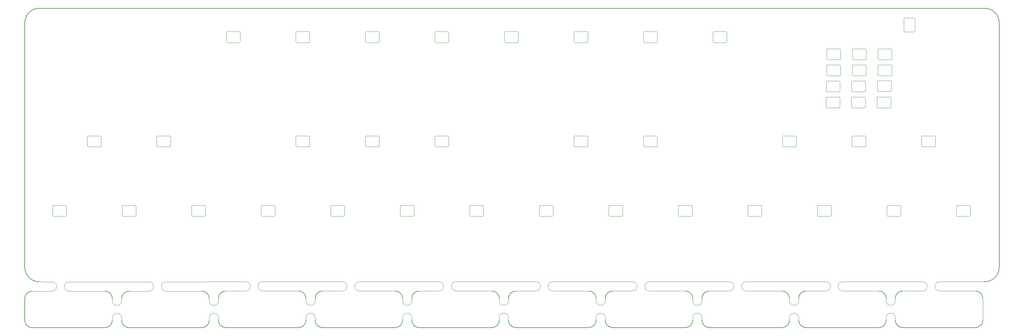
<source format=gbr>
%TF.GenerationSoftware,KiCad,Pcbnew,9.0.2*%
%TF.CreationDate,2025-12-20T16:45:11-05:00*%
%TF.ProjectId,Fracture,46726163-7475-4726-952e-6b696361645f,rev?*%
%TF.SameCoordinates,Original*%
%TF.FileFunction,Profile,NP*%
%FSLAX46Y46*%
G04 Gerber Fmt 4.6, Leading zero omitted, Abs format (unit mm)*
G04 Created by KiCad (PCBNEW 9.0.2) date 2025-12-20 16:45:11*
%MOMM*%
%LPD*%
G01*
G04 APERTURE LIST*
%TA.AperFunction,Profile*%
%ADD10C,0.050000*%
%TD*%
%TA.AperFunction,Profile*%
%ADD11C,0.200000*%
%TD*%
%TA.AperFunction,Profile*%
%ADD12C,0.100000*%
%TD*%
%TA.AperFunction,Profile*%
%ADD13C,0.120000*%
%TD*%
G04 APERTURE END LIST*
D10*
X94740000Y-104740000D02*
X94765000Y-105390000D01*
X94740000Y-110740000D02*
X94765000Y-110050000D01*
X121240000Y-110740000D02*
X121265000Y-110050000D01*
X265875000Y-100180000D02*
X278200000Y-100200000D01*
X239375000Y-100180000D02*
X261215000Y-100180000D01*
X212875000Y-100180000D02*
X234715000Y-100180000D01*
X186375000Y-100180000D02*
X208215000Y-100180000D01*
X159875000Y-100180000D02*
X181715000Y-100180000D01*
X133375000Y-100180000D02*
X155215000Y-100180000D01*
X106875000Y-100180000D02*
X128715000Y-100180000D01*
X80375000Y-100180000D02*
X102215000Y-100180000D01*
X53880000Y-100210000D02*
X75715000Y-100180000D01*
X27330000Y-100210000D02*
X49220000Y-100210000D01*
X277740000Y-104740000D02*
X277740000Y-110740000D01*
D11*
X253740000Y-104740000D02*
G75*
G02*
X255740000Y-102740000I1999999J1D01*
G01*
D10*
X261215000Y-102720000D02*
X255740000Y-102740000D01*
D11*
X275740000Y-102740000D02*
G75*
G02*
X277740000Y-104740000I0J-2000000D01*
G01*
D10*
X265875000Y-102720000D02*
X275740000Y-102740000D01*
D11*
X255740000Y-112740000D02*
G75*
G02*
X253740000Y-110740000I-1J1999999D01*
G01*
X277740000Y-110740000D02*
G75*
G02*
X275740000Y-112740000I-1999999J-1D01*
G01*
X275740000Y-112740000D02*
X255740000Y-112740000D01*
X227240000Y-104740000D02*
G75*
G02*
X229240000Y-102740000I1999999J1D01*
G01*
D10*
X251240000Y-110740000D02*
X251225000Y-110050000D01*
X234715000Y-102720000D02*
X229240000Y-102740000D01*
D11*
X249240000Y-102740000D02*
G75*
G02*
X251240000Y-104740000I0J-2000000D01*
G01*
D10*
X251240000Y-104740000D02*
X251225000Y-105390000D01*
X239375000Y-102720000D02*
X249240000Y-102740000D01*
D11*
X229240000Y-112740000D02*
G75*
G02*
X227240000Y-110740000I-1J1999999D01*
G01*
X251240000Y-110740000D02*
G75*
G02*
X249240000Y-112740000I-1999999J-1D01*
G01*
X249240000Y-112740000D02*
X229240000Y-112740000D01*
X200740000Y-104740000D02*
G75*
G02*
X202740000Y-102740000I1999999J1D01*
G01*
D10*
X224740000Y-110740000D02*
X224725000Y-110050000D01*
X208215000Y-102720000D02*
X202740000Y-102740000D01*
D11*
X222740000Y-102740000D02*
G75*
G02*
X224740000Y-104740000I0J-2000000D01*
G01*
D10*
X224740000Y-104740000D02*
X224725000Y-105390000D01*
X212875000Y-102720000D02*
X222740000Y-102740000D01*
D11*
X202740000Y-112740000D02*
G75*
G02*
X200740000Y-110740000I-1J1999999D01*
G01*
X224740000Y-110740000D02*
G75*
G02*
X222740000Y-112740000I-1999999J-1D01*
G01*
X222740000Y-112740000D02*
X202740000Y-112740000D01*
X174240000Y-104740000D02*
G75*
G02*
X176240000Y-102740000I1999999J1D01*
G01*
D10*
X198240000Y-110740000D02*
X198225000Y-110050000D01*
X181715000Y-102720000D02*
X176240000Y-102740000D01*
D11*
X196240000Y-102740000D02*
G75*
G02*
X198240000Y-104740000I0J-2000000D01*
G01*
D10*
X198240000Y-104740000D02*
X198225000Y-105390000D01*
X186375000Y-102720000D02*
X196240000Y-102740000D01*
D11*
X176240000Y-112740000D02*
G75*
G02*
X174240000Y-110740000I-1J1999999D01*
G01*
X198240000Y-110740000D02*
G75*
G02*
X196240000Y-112740000I-1999999J-1D01*
G01*
X196240000Y-112740000D02*
X176240000Y-112740000D01*
X147740000Y-104740000D02*
G75*
G02*
X149740000Y-102740000I1999999J1D01*
G01*
D10*
X171740000Y-110740000D02*
X171725000Y-110050000D01*
X155215000Y-102720000D02*
X149740000Y-102740000D01*
D11*
X169740000Y-102740000D02*
G75*
G02*
X171740000Y-104740000I0J-2000000D01*
G01*
D10*
X171740000Y-104740000D02*
X171725000Y-105390000D01*
X159875000Y-102720000D02*
X169740000Y-102740000D01*
D11*
X149740000Y-112740000D02*
G75*
G02*
X147740000Y-110740000I-1J1999999D01*
G01*
X171740000Y-110740000D02*
G75*
G02*
X169740000Y-112740000I-1999999J-1D01*
G01*
X169740000Y-112740000D02*
X149740000Y-112740000D01*
X121240000Y-104740000D02*
G75*
G02*
X123240000Y-102740000I1999999J1D01*
G01*
D10*
X145240000Y-110740000D02*
X145225000Y-110050000D01*
X128715000Y-102720000D02*
X123240000Y-102740000D01*
D11*
X143240000Y-102740000D02*
G75*
G02*
X145240000Y-104740000I0J-2000000D01*
G01*
D10*
X145240000Y-104740000D02*
X145225000Y-105390000D01*
X133375000Y-102720000D02*
X143240000Y-102740000D01*
D11*
X123240000Y-112740000D02*
G75*
G02*
X121240000Y-110740000I-1J1999999D01*
G01*
X145240000Y-110740000D02*
G75*
G02*
X143240000Y-112740000I-1999999J-1D01*
G01*
X143240000Y-112740000D02*
X123240000Y-112740000D01*
X94740000Y-104740000D02*
G75*
G02*
X96740000Y-102740000I1999999J1D01*
G01*
D10*
X118740000Y-110740000D02*
X118725000Y-110050000D01*
X102215000Y-102720000D02*
X96740000Y-102740000D01*
D11*
X116740000Y-102740000D02*
G75*
G02*
X118740000Y-104740000I0J-2000000D01*
G01*
D10*
X118740000Y-104740000D02*
X118725000Y-105390000D01*
X106875000Y-102720000D02*
X116740000Y-102740000D01*
D11*
X96740000Y-112740000D02*
G75*
G02*
X94740000Y-110740000I-1J1999999D01*
G01*
X118740000Y-110740000D02*
G75*
G02*
X116740000Y-112740000I-1999999J-1D01*
G01*
X116740000Y-112740000D02*
X96740000Y-112740000D01*
D10*
X68240000Y-104740000D02*
X68270000Y-105420000D01*
X68240000Y-110740000D02*
X68270000Y-110080000D01*
D11*
X68240000Y-104740000D02*
G75*
G02*
X70240000Y-102740000I1999999J1D01*
G01*
D10*
X92240000Y-110740000D02*
X92225000Y-110050000D01*
X75715000Y-102720000D02*
X70240000Y-102740000D01*
D11*
X90240000Y-102740000D02*
G75*
G02*
X92240000Y-104740000I0J-2000000D01*
G01*
D10*
X92240000Y-104740000D02*
X92225000Y-105390000D01*
X80375000Y-102720000D02*
X90240000Y-102740000D01*
D11*
X70240000Y-112740000D02*
G75*
G02*
X68240000Y-110740000I-1J1999999D01*
G01*
X92240000Y-110740000D02*
G75*
G02*
X90240000Y-112740000I-1999999J-1D01*
G01*
X90240000Y-112740000D02*
X70240000Y-112740000D01*
D10*
X41745000Y-104770000D02*
X41720000Y-105420000D01*
X41745000Y-110770000D02*
X41720000Y-110080000D01*
D11*
X43745000Y-112770000D02*
G75*
G02*
X41745000Y-110770000I-1J1999999D01*
G01*
D10*
X65745000Y-110770000D02*
X65730000Y-110080000D01*
X65745000Y-104770000D02*
X65730000Y-105420000D01*
X53880000Y-102750000D02*
X63745000Y-102770000D01*
X49220000Y-102750000D02*
X43745000Y-102770000D01*
D11*
X41745000Y-104770000D02*
G75*
G02*
X43745000Y-102770000I1999999J1D01*
G01*
X63745000Y-102770000D02*
G75*
G02*
X65745000Y-104770000I1J-1999999D01*
G01*
X65745000Y-110770000D02*
G75*
G02*
X63745000Y-112770000I-1999999J-1D01*
G01*
X63745000Y-112770000D02*
X43745000Y-112770000D01*
D10*
X39195000Y-104770000D02*
X39180000Y-105420000D01*
X39195000Y-110770000D02*
X39180000Y-110080000D01*
X27330000Y-102750000D02*
X37195000Y-102770000D01*
X22670000Y-102750000D02*
X17195000Y-102770000D01*
X22670000Y-100210000D02*
X19200000Y-100200000D01*
D11*
X37195000Y-102770000D02*
G75*
G02*
X39195000Y-104770000I0J-2000000D01*
G01*
X15195000Y-104770000D02*
G75*
G02*
X17195000Y-102770000I2000000J0D01*
G01*
X39195000Y-110770000D02*
G75*
G02*
X37195000Y-112770000I-2000000J0D01*
G01*
X17195000Y-112770000D02*
G75*
G02*
X15195000Y-110770000I0J2000000D01*
G01*
X15195000Y-110770000D02*
X15195000Y-104770000D01*
X37195000Y-112770000D02*
X17195000Y-112770000D01*
X19200000Y-25200000D02*
X278200000Y-25200000D01*
X19200000Y-100200000D02*
G75*
G02*
X15200000Y-96200000I0J4000000D01*
G01*
X278200000Y-25200000D02*
G75*
G02*
X282200000Y-29200000I0J-4000000D01*
G01*
X282200000Y-29200000D02*
X282200000Y-96200000D01*
X282200000Y-96200000D02*
G75*
G02*
X278200000Y-100200000I-4000000J0D01*
G01*
X15200000Y-96200000D02*
X15200000Y-29200000D01*
X15200000Y-29200000D02*
G75*
G02*
X19200000Y-25200000I4000000J0D01*
G01*
D10*
X253740000Y-110740000D02*
X253765000Y-110050000D01*
X253740000Y-104740000D02*
X253765000Y-105390000D01*
X227240000Y-110740000D02*
X227265000Y-110050000D01*
X227265000Y-105390000D02*
X227240000Y-104740000D01*
X200740000Y-104740000D02*
X200765000Y-105390000D01*
X200740000Y-110740000D02*
X200765000Y-110050000D01*
X174240000Y-110740000D02*
X174265000Y-110050000D01*
X174240000Y-104740000D02*
X174265000Y-105390000D01*
X147740000Y-110740000D02*
X147765000Y-110050000D01*
X147765000Y-105390000D02*
X147740000Y-104740000D01*
X121240000Y-104740000D02*
X121265000Y-105390000D01*
D12*
%TO.C,mouse-bite-2.54mm-slot*%
X261215000Y-100180000D02*
G75*
G02*
X261215000Y-102720000I0J-1270000D01*
G01*
X265875000Y-102720000D02*
G75*
G02*
X265875000Y-100180000I0J1270000D01*
G01*
X234715000Y-100180000D02*
G75*
G02*
X234715000Y-102720000I0J-1270000D01*
G01*
X239375000Y-102720000D02*
G75*
G02*
X239375000Y-100180000I0J1270000D01*
G01*
X251225000Y-110050000D02*
G75*
G02*
X253765000Y-110050000I1270000J0D01*
G01*
X253765000Y-105390000D02*
G75*
G02*
X251225000Y-105390000I-1270000J0D01*
G01*
X208215000Y-100180000D02*
G75*
G02*
X208215000Y-102720000I0J-1270000D01*
G01*
X212875000Y-102720000D02*
G75*
G02*
X212875000Y-100180000I0J1270000D01*
G01*
X224725000Y-110050000D02*
G75*
G02*
X227265000Y-110050000I1270000J0D01*
G01*
X227265000Y-105390000D02*
G75*
G02*
X224725000Y-105390000I-1270000J0D01*
G01*
X181715000Y-100180000D02*
G75*
G02*
X181715000Y-102720000I0J-1270000D01*
G01*
X186375000Y-102720000D02*
G75*
G02*
X186375000Y-100180000I0J1270000D01*
G01*
X198225000Y-110050000D02*
G75*
G02*
X200765000Y-110050000I1270000J0D01*
G01*
X200765000Y-105390000D02*
G75*
G02*
X198225000Y-105390000I-1270000J0D01*
G01*
X155215000Y-100180000D02*
G75*
G02*
X155215000Y-102720000I0J-1270000D01*
G01*
X159875000Y-102720000D02*
G75*
G02*
X159875000Y-100180000I0J1270000D01*
G01*
X171725000Y-110050000D02*
G75*
G02*
X174265000Y-110050000I1270000J0D01*
G01*
X174265000Y-105390000D02*
G75*
G02*
X171725000Y-105390000I-1270000J0D01*
G01*
X128715000Y-100180000D02*
G75*
G02*
X128715000Y-102720000I0J-1270000D01*
G01*
X133375000Y-102720000D02*
G75*
G02*
X133375000Y-100180000I0J1270000D01*
G01*
X145225000Y-110050000D02*
G75*
G02*
X147765000Y-110050000I1270000J0D01*
G01*
X147765000Y-105390000D02*
G75*
G02*
X145225000Y-105390000I-1270000J0D01*
G01*
X102215000Y-100180000D02*
G75*
G02*
X102215000Y-102720000I0J-1270000D01*
G01*
X106875000Y-102720000D02*
G75*
G02*
X106875000Y-100180000I0J1270000D01*
G01*
X118725000Y-110050000D02*
G75*
G02*
X121265000Y-110050000I1270000J0D01*
G01*
X121265000Y-105390000D02*
G75*
G02*
X118725000Y-105390000I-1270000J0D01*
G01*
X75715000Y-100180000D02*
G75*
G02*
X75715000Y-102720000I0J-1270000D01*
G01*
X80375000Y-102720000D02*
G75*
G02*
X80375000Y-100180000I0J1270000D01*
G01*
X92225000Y-110050000D02*
G75*
G02*
X94765000Y-110050000I1270000J0D01*
G01*
X94765000Y-105390000D02*
G75*
G02*
X92225000Y-105390000I-1270000J0D01*
G01*
X49220000Y-100210000D02*
G75*
G02*
X49220000Y-102750000I0J-1270000D01*
G01*
X53880000Y-102750000D02*
G75*
G02*
X53880000Y-100210000I0J1270000D01*
G01*
X65730000Y-110080000D02*
G75*
G02*
X68270000Y-110080000I1270000J0D01*
G01*
X68270000Y-105420000D02*
G75*
G02*
X65730000Y-105420000I-1270000J0D01*
G01*
X39180000Y-110080000D02*
G75*
G02*
X41720000Y-110080000I1270000J0D01*
G01*
X41720000Y-105420000D02*
G75*
G02*
X39180000Y-105420000I-1270000J0D01*
G01*
X22670000Y-100210000D02*
G75*
G02*
X22670000Y-102750000I0J-1270000D01*
G01*
X27330000Y-102750000D02*
G75*
G02*
X27330000Y-100210000I0J1270000D01*
G01*
D13*
%TO.C,LED16*%
X236150000Y-82025000D02*
X236150000Y-79425000D01*
X235950000Y-79225000D02*
X232550000Y-79225000D01*
X232550000Y-82225000D02*
X235950000Y-82225000D01*
X232350000Y-79425000D02*
X232350000Y-82025000D01*
X235950000Y-79225000D02*
G75*
G02*
X236150000Y-79425000I-1J-200001D01*
G01*
X236150000Y-82025000D02*
G75*
G02*
X235950000Y-82225000I-200001J1D01*
G01*
X232350000Y-79425000D02*
G75*
G02*
X232550000Y-79225000I200000J0D01*
G01*
X232550000Y-82225000D02*
G75*
G02*
X232350000Y-82025000I0J200000D01*
G01*
%TO.C,LED17*%
X213300000Y-79425000D02*
X213300000Y-82025000D01*
X213500000Y-82225000D02*
X216900000Y-82225000D01*
X216900000Y-79225000D02*
X213500000Y-79225000D01*
X217100000Y-82025000D02*
X217100000Y-79425000D01*
X213300000Y-79425000D02*
G75*
G02*
X213500000Y-79225000I200000J0D01*
G01*
X213500000Y-82225000D02*
G75*
G02*
X213300000Y-82025000I0J200000D01*
G01*
X216900000Y-79225000D02*
G75*
G02*
X217100000Y-79425000I-1J-200001D01*
G01*
X217100000Y-82025000D02*
G75*
G02*
X216900000Y-82225000I-200001J1D01*
G01*
%TO.C,LED18*%
X194250000Y-79425000D02*
X194250000Y-82025000D01*
X194450000Y-82225000D02*
X197850000Y-82225000D01*
X197850000Y-79225000D02*
X194450000Y-79225000D01*
X198050000Y-82025000D02*
X198050000Y-79425000D01*
X194250000Y-79425000D02*
G75*
G02*
X194450000Y-79225000I200000J0D01*
G01*
X194450000Y-82225000D02*
G75*
G02*
X194250000Y-82025000I0J200000D01*
G01*
X197850000Y-79225000D02*
G75*
G02*
X198050000Y-79425000I-1J-200001D01*
G01*
X198050000Y-82025000D02*
G75*
G02*
X197850000Y-82225000I-200001J1D01*
G01*
%TO.C,LED19*%
X175200000Y-79425000D02*
X175200000Y-82025000D01*
X175400000Y-82225000D02*
X178800000Y-82225000D01*
X178800000Y-79225000D02*
X175400000Y-79225000D01*
X179000000Y-82025000D02*
X179000000Y-79425000D01*
X175200000Y-79425000D02*
G75*
G02*
X175400000Y-79225000I200000J0D01*
G01*
X175400000Y-82225000D02*
G75*
G02*
X175200000Y-82025000I0J200000D01*
G01*
X178800000Y-79225000D02*
G75*
G02*
X179000000Y-79425000I-1J-200001D01*
G01*
X179000000Y-82025000D02*
G75*
G02*
X178800000Y-82225000I-200001J1D01*
G01*
%TO.C,LED20*%
X156150000Y-79425000D02*
X156150000Y-82025000D01*
X156350000Y-82225000D02*
X159750000Y-82225000D01*
X159750000Y-79225000D02*
X156350000Y-79225000D01*
X159950000Y-82025000D02*
X159950000Y-79425000D01*
X156150000Y-79425000D02*
G75*
G02*
X156350000Y-79225000I200000J0D01*
G01*
X156350000Y-82225000D02*
G75*
G02*
X156150000Y-82025000I0J200000D01*
G01*
X159750000Y-79225000D02*
G75*
G02*
X159950000Y-79425000I-1J-200001D01*
G01*
X159950000Y-82025000D02*
G75*
G02*
X159750000Y-82225000I-200001J1D01*
G01*
%TO.C,LED21*%
X137100000Y-79425000D02*
X137100000Y-82025000D01*
X137300000Y-82225000D02*
X140700000Y-82225000D01*
X140700000Y-79225000D02*
X137300000Y-79225000D01*
X140900000Y-82025000D02*
X140900000Y-79425000D01*
X137100000Y-79425000D02*
G75*
G02*
X137300000Y-79225000I200000J0D01*
G01*
X137300000Y-82225000D02*
G75*
G02*
X137100000Y-82025000I0J200000D01*
G01*
X140700000Y-79225000D02*
G75*
G02*
X140900000Y-79425000I-1J-200001D01*
G01*
X140900000Y-82025000D02*
G75*
G02*
X140700000Y-82225000I-200001J1D01*
G01*
%TO.C,LED22*%
X118050000Y-79425000D02*
X118050000Y-82025000D01*
X118250000Y-82225000D02*
X121650000Y-82225000D01*
X121650000Y-79225000D02*
X118250000Y-79225000D01*
X121850000Y-82025000D02*
X121850000Y-79425000D01*
X118050000Y-79425000D02*
G75*
G02*
X118250000Y-79225000I200000J0D01*
G01*
X118250000Y-82225000D02*
G75*
G02*
X118050000Y-82025000I0J200000D01*
G01*
X121650000Y-79225000D02*
G75*
G02*
X121850000Y-79425000I-1J-200001D01*
G01*
X121850000Y-82025000D02*
G75*
G02*
X121650000Y-82225000I-200001J1D01*
G01*
%TO.C,LED23*%
X99000000Y-79425000D02*
X99000000Y-82025000D01*
X99200000Y-82225000D02*
X102600000Y-82225000D01*
X102600000Y-79225000D02*
X99200000Y-79225000D01*
X102800000Y-82025000D02*
X102800000Y-79425000D01*
X99000000Y-79425000D02*
G75*
G02*
X99200000Y-79225000I200000J0D01*
G01*
X99200000Y-82225000D02*
G75*
G02*
X99000000Y-82025000I0J200000D01*
G01*
X102600000Y-79225000D02*
G75*
G02*
X102800000Y-79425000I-1J-200001D01*
G01*
X102800000Y-82025000D02*
G75*
G02*
X102600000Y-82225000I-200001J1D01*
G01*
%TO.C,LED24*%
X79950000Y-79425000D02*
X79950000Y-82025000D01*
X80150000Y-82225000D02*
X83550000Y-82225000D01*
X83550000Y-79225000D02*
X80150000Y-79225000D01*
X83750000Y-82025000D02*
X83750000Y-79425000D01*
X79950000Y-79425000D02*
G75*
G02*
X80150000Y-79225000I200000J0D01*
G01*
X80150000Y-82225000D02*
G75*
G02*
X79950000Y-82025000I0J200000D01*
G01*
X83550000Y-79225000D02*
G75*
G02*
X83750000Y-79425000I-1J-200001D01*
G01*
X83750000Y-82025000D02*
G75*
G02*
X83550000Y-82225000I-200001J1D01*
G01*
%TO.C,LED25*%
X60900000Y-79425000D02*
X60900000Y-82025000D01*
X61100000Y-82225000D02*
X64500000Y-82225000D01*
X64500000Y-79225000D02*
X61100000Y-79225000D01*
X64700000Y-82025000D02*
X64700000Y-79425000D01*
X60900000Y-79425000D02*
G75*
G02*
X61100000Y-79225000I200000J0D01*
G01*
X61100000Y-82225000D02*
G75*
G02*
X60900000Y-82025000I0J200000D01*
G01*
X64500000Y-79225000D02*
G75*
G02*
X64700000Y-79425000I-1J-200001D01*
G01*
X64700000Y-82025000D02*
G75*
G02*
X64500000Y-82225000I-200001J1D01*
G01*
%TO.C,LED26*%
X41850000Y-79425000D02*
X41850000Y-82025000D01*
X42050000Y-82225000D02*
X45450000Y-82225000D01*
X45450000Y-79225000D02*
X42050000Y-79225000D01*
X45650000Y-82025000D02*
X45650000Y-79425000D01*
X41850000Y-79425000D02*
G75*
G02*
X42050000Y-79225000I200000J0D01*
G01*
X42050000Y-82225000D02*
G75*
G02*
X41850000Y-82025000I0J200000D01*
G01*
X45450000Y-79225000D02*
G75*
G02*
X45650000Y-79425000I-1J-200001D01*
G01*
X45650000Y-82025000D02*
G75*
G02*
X45450000Y-82225000I-200001J1D01*
G01*
%TO.C,LED27*%
X22800000Y-79425000D02*
X22800000Y-82025000D01*
X23000000Y-82225000D02*
X26400000Y-82225000D01*
X26400000Y-79225000D02*
X23000000Y-79225000D01*
X26600000Y-82025000D02*
X26600000Y-79425000D01*
X22800000Y-79425000D02*
G75*
G02*
X23000000Y-79225000I200000J0D01*
G01*
X23000000Y-82225000D02*
G75*
G02*
X22800000Y-82025000I0J200000D01*
G01*
X26400000Y-79225000D02*
G75*
G02*
X26600000Y-79425000I-1J-200001D01*
G01*
X26600000Y-82025000D02*
G75*
G02*
X26400000Y-82225000I-200001J1D01*
G01*
%TO.C,LED28*%
X260925000Y-60375000D02*
X260925000Y-62975000D01*
X261125000Y-63175000D02*
X264525000Y-63175000D01*
X264525000Y-60175000D02*
X261125000Y-60175000D01*
X264725000Y-62975000D02*
X264725000Y-60375000D01*
X260925000Y-60375000D02*
G75*
G02*
X261125000Y-60175000I200000J0D01*
G01*
X261125000Y-63175000D02*
G75*
G02*
X260925000Y-62975000I0J200000D01*
G01*
X264525000Y-60175000D02*
G75*
G02*
X264725000Y-60375000I-1J-200001D01*
G01*
X264725000Y-62975000D02*
G75*
G02*
X264525000Y-63175000I-200001J1D01*
G01*
%TO.C,LED29*%
X241875000Y-60375000D02*
X241875000Y-62975000D01*
X242075000Y-63175000D02*
X245475000Y-63175000D01*
X245475000Y-60175000D02*
X242075000Y-60175000D01*
X245675000Y-62975000D02*
X245675000Y-60375000D01*
X241875000Y-60375000D02*
G75*
G02*
X242075000Y-60175000I200000J0D01*
G01*
X242075000Y-63175000D02*
G75*
G02*
X241875000Y-62975000I0J200000D01*
G01*
X245475000Y-60175000D02*
G75*
G02*
X245675000Y-60375000I-1J-200001D01*
G01*
X245675000Y-62975000D02*
G75*
G02*
X245475000Y-63175000I-200001J1D01*
G01*
%TO.C,LED30*%
X222825000Y-60375000D02*
X222825000Y-62975000D01*
X223025000Y-63175000D02*
X226425000Y-63175000D01*
X226425000Y-60175000D02*
X223025000Y-60175000D01*
X226625000Y-62975000D02*
X226625000Y-60375000D01*
X222825000Y-60375000D02*
G75*
G02*
X223025000Y-60175000I200000J0D01*
G01*
X223025000Y-63175000D02*
G75*
G02*
X222825000Y-62975000I0J200000D01*
G01*
X226425000Y-60175000D02*
G75*
G02*
X226625000Y-60375000I-1J-200001D01*
G01*
X226625000Y-62975000D02*
G75*
G02*
X226425000Y-63175000I-200001J1D01*
G01*
%TO.C,LED31*%
X251400000Y-79425000D02*
X251400000Y-82025000D01*
X251600000Y-82225000D02*
X255000000Y-82225000D01*
X255000000Y-79225000D02*
X251600000Y-79225000D01*
X255200000Y-82025000D02*
X255200000Y-79425000D01*
X251400000Y-79425000D02*
G75*
G02*
X251600000Y-79225000I200000J0D01*
G01*
X251600000Y-82225000D02*
G75*
G02*
X251400000Y-82025000I0J200000D01*
G01*
X255000000Y-79225000D02*
G75*
G02*
X255200000Y-79425000I-1J-200001D01*
G01*
X255200000Y-82025000D02*
G75*
G02*
X255000000Y-82225000I-200001J1D01*
G01*
%TO.C,LED11*%
X89475000Y-60375000D02*
X89475000Y-62975000D01*
X89675000Y-63175000D02*
X93075000Y-63175000D01*
X93075000Y-60175000D02*
X89675000Y-60175000D01*
X93275000Y-62975000D02*
X93275000Y-60375000D01*
X89475000Y-60375000D02*
G75*
G02*
X89675000Y-60175000I200000J0D01*
G01*
X89675000Y-63175000D02*
G75*
G02*
X89475000Y-62975000I0J200000D01*
G01*
X93075000Y-60175000D02*
G75*
G02*
X93275000Y-60375000I-1J-200001D01*
G01*
X93275000Y-62975000D02*
G75*
G02*
X93075000Y-63175000I-200001J1D01*
G01*
%TO.C,LED7*%
X184725000Y-31800000D02*
X184725000Y-34400000D01*
X184925000Y-34600000D02*
X188325000Y-34600000D01*
X188325000Y-31600000D02*
X184925000Y-31600000D01*
X188525000Y-34400000D02*
X188525000Y-31800000D01*
X184725000Y-31800000D02*
G75*
G02*
X184925000Y-31600000I200000J0D01*
G01*
X184925000Y-34600000D02*
G75*
G02*
X184725000Y-34400000I0J200000D01*
G01*
X188325000Y-31600000D02*
G75*
G02*
X188525000Y-31800000I-1J-200001D01*
G01*
X188525000Y-34400000D02*
G75*
G02*
X188325000Y-34600000I-200001J1D01*
G01*
%TO.C,LED33*%
X234900000Y-36500000D02*
X234900000Y-39100000D01*
X235100000Y-39300000D02*
X238500000Y-39300000D01*
X238500000Y-36300000D02*
X235100000Y-36300000D01*
X238700000Y-39100000D02*
X238700000Y-36500000D01*
X234900000Y-36500000D02*
G75*
G02*
X235100000Y-36300000I200000J0D01*
G01*
X235100000Y-39300000D02*
G75*
G02*
X234900000Y-39100000I0J200000D01*
G01*
X238500000Y-36300000D02*
G75*
G02*
X238700000Y-36500000I-1J-200001D01*
G01*
X238700000Y-39100000D02*
G75*
G02*
X238500000Y-39300000I-200001J1D01*
G01*
%TO.C,LED14*%
X165675000Y-60375000D02*
X165675000Y-62975000D01*
X165875000Y-63175000D02*
X169275000Y-63175000D01*
X169275000Y-60175000D02*
X165875000Y-60175000D01*
X169475000Y-62975000D02*
X169475000Y-60375000D01*
X165675000Y-60375000D02*
G75*
G02*
X165875000Y-60175000I200000J0D01*
G01*
X165875000Y-63175000D02*
G75*
G02*
X165675000Y-62975000I0J200000D01*
G01*
X169275000Y-60175000D02*
G75*
G02*
X169475000Y-60375000I-1J-200001D01*
G01*
X169475000Y-62975000D02*
G75*
G02*
X169275000Y-63175000I-200001J1D01*
G01*
%TO.C,LED15*%
X184725000Y-60375000D02*
X184725000Y-62975000D01*
X184925000Y-63175000D02*
X188325000Y-63175000D01*
X188325000Y-60175000D02*
X184925000Y-60175000D01*
X188525000Y-62975000D02*
X188525000Y-60375000D01*
X184725000Y-60375000D02*
G75*
G02*
X184925000Y-60175000I200000J0D01*
G01*
X184925000Y-63175000D02*
G75*
G02*
X184725000Y-62975000I0J200000D01*
G01*
X188325000Y-60175000D02*
G75*
G02*
X188525000Y-60375000I-1J-200001D01*
G01*
X188525000Y-62975000D02*
G75*
G02*
X188325000Y-63175000I-200001J1D01*
G01*
%TO.C,LED8*%
X203775000Y-31800000D02*
X203775000Y-34400000D01*
X203975000Y-34600000D02*
X207375000Y-34600000D01*
X207375000Y-31600000D02*
X203975000Y-31600000D01*
X207575000Y-34400000D02*
X207575000Y-31800000D01*
X203775000Y-31800000D02*
G75*
G02*
X203975000Y-31600000I200000J0D01*
G01*
X203975000Y-34600000D02*
G75*
G02*
X203775000Y-34400000I0J200000D01*
G01*
X207375000Y-31600000D02*
G75*
G02*
X207575000Y-31800000I-1J-200001D01*
G01*
X207575000Y-34400000D02*
G75*
G02*
X207375000Y-34600000I-200001J1D01*
G01*
%TO.C,LED3*%
X108525000Y-31800000D02*
X108525000Y-34400000D01*
X108725000Y-34600000D02*
X112125000Y-34600000D01*
X112125000Y-31600000D02*
X108725000Y-31600000D01*
X112325000Y-34400000D02*
X112325000Y-31800000D01*
X108525000Y-31800000D02*
G75*
G02*
X108725000Y-31600000I200000J0D01*
G01*
X108725000Y-34600000D02*
G75*
G02*
X108525000Y-34400000I0J200000D01*
G01*
X112125000Y-31600000D02*
G75*
G02*
X112325000Y-31800000I-1J-200001D01*
G01*
X112325000Y-34400000D02*
G75*
G02*
X112125000Y-34600000I-200001J1D01*
G01*
%TO.C,LED39*%
X234775000Y-45300000D02*
X234775000Y-47900000D01*
X234975000Y-48100000D02*
X238375000Y-48100000D01*
X238375000Y-45100000D02*
X234975000Y-45100000D01*
X238575000Y-47900000D02*
X238575000Y-45300000D01*
X234775000Y-45300000D02*
G75*
G02*
X234975000Y-45100000I200000J0D01*
G01*
X234975000Y-48100000D02*
G75*
G02*
X234775000Y-47900000I0J200000D01*
G01*
X238375000Y-45100000D02*
G75*
G02*
X238575000Y-45300000I-1J-200001D01*
G01*
X238575000Y-47900000D02*
G75*
G02*
X238375000Y-48100000I-200001J1D01*
G01*
%TO.C,LED10*%
X51375000Y-60375000D02*
X51375000Y-62975000D01*
X51575000Y-63175000D02*
X54975000Y-63175000D01*
X54975000Y-60175000D02*
X51575000Y-60175000D01*
X55175000Y-62975000D02*
X55175000Y-60375000D01*
X51375000Y-60375000D02*
G75*
G02*
X51575000Y-60175000I200000J0D01*
G01*
X51575000Y-63175000D02*
G75*
G02*
X51375000Y-62975000I0J200000D01*
G01*
X54975000Y-60175000D02*
G75*
G02*
X55175000Y-60375000I-1J-200001D01*
G01*
X55175000Y-62975000D02*
G75*
G02*
X54975000Y-63175000I-200001J1D01*
G01*
%TO.C,LED36*%
X234900000Y-40900000D02*
X234900000Y-43500000D01*
X235100000Y-43700000D02*
X238500000Y-43700000D01*
X238500000Y-40700000D02*
X235100000Y-40700000D01*
X238700000Y-43500000D02*
X238700000Y-40900000D01*
X234900000Y-40900000D02*
G75*
G02*
X235100000Y-40700000I200000J0D01*
G01*
X235100000Y-43700000D02*
G75*
G02*
X234900000Y-43500000I0J200000D01*
G01*
X238500000Y-40700000D02*
G75*
G02*
X238700000Y-40900000I-1J-200001D01*
G01*
X238700000Y-43500000D02*
G75*
G02*
X238500000Y-43700000I-200001J1D01*
G01*
%TO.C,LED32*%
X270450000Y-79425000D02*
X270450000Y-82025000D01*
X270650000Y-82225000D02*
X274050000Y-82225000D01*
X274050000Y-79225000D02*
X270650000Y-79225000D01*
X274250000Y-82025000D02*
X274250000Y-79425000D01*
X270450000Y-79425000D02*
G75*
G02*
X270650000Y-79225000I200000J0D01*
G01*
X270650000Y-82225000D02*
G75*
G02*
X270450000Y-82025000I0J200000D01*
G01*
X274050000Y-79225000D02*
G75*
G02*
X274250000Y-79425000I-1J-200001D01*
G01*
X274250000Y-82025000D02*
G75*
G02*
X274050000Y-82225000I-200001J1D01*
G01*
%TO.C,LED44*%
X248700000Y-49700000D02*
X248700000Y-52300000D01*
X248900000Y-52500000D02*
X252300000Y-52500000D01*
X252300000Y-49500000D02*
X248900000Y-49500000D01*
X252500000Y-52300000D02*
X252500000Y-49700000D01*
X248700000Y-49700000D02*
G75*
G02*
X248900000Y-49500000I200000J0D01*
G01*
X248900000Y-52500000D02*
G75*
G02*
X248700000Y-52300000I0J200000D01*
G01*
X252300000Y-49500000D02*
G75*
G02*
X252500000Y-49700000I-1J-200001D01*
G01*
X252500000Y-52300000D02*
G75*
G02*
X252300000Y-52500000I-200001J1D01*
G01*
%TO.C,LED42*%
X234700000Y-49700000D02*
X234700000Y-52300000D01*
X234900000Y-52500000D02*
X238300000Y-52500000D01*
X238300000Y-49500000D02*
X234900000Y-49500000D01*
X238500000Y-52300000D02*
X238500000Y-49700000D01*
X234700000Y-49700000D02*
G75*
G02*
X234900000Y-49500000I200000J0D01*
G01*
X234900000Y-52500000D02*
G75*
G02*
X234700000Y-52300000I0J200000D01*
G01*
X238300000Y-49500000D02*
G75*
G02*
X238500000Y-49700000I-1J-200001D01*
G01*
X238500000Y-52300000D02*
G75*
G02*
X238300000Y-52500000I-200001J1D01*
G01*
%TO.C,LED45*%
X256100000Y-28100000D02*
X256100000Y-31500000D01*
X256300000Y-31700000D02*
X258900000Y-31700000D01*
X258900000Y-27900000D02*
X256300000Y-27900000D01*
X259100000Y-31500000D02*
X259100000Y-28100000D01*
X256100000Y-28100000D02*
G75*
G02*
X256300000Y-27900000I200001J-1D01*
G01*
X256300000Y-31700000D02*
G75*
G02*
X256100000Y-31500000I0J200000D01*
G01*
X258900000Y-27900000D02*
G75*
G02*
X259100000Y-28100000I-1J-200001D01*
G01*
X259100000Y-31500000D02*
G75*
G02*
X258900000Y-31700000I-200000J0D01*
G01*
%TO.C,LED1*%
X70425000Y-31800000D02*
X70425000Y-34400000D01*
X70625000Y-34600000D02*
X74025000Y-34600000D01*
X74025000Y-31600000D02*
X70625000Y-31600000D01*
X74225000Y-34400000D02*
X74225000Y-31800000D01*
X70425000Y-31800000D02*
G75*
G02*
X70625000Y-31600000I200000J0D01*
G01*
X70625000Y-34600000D02*
G75*
G02*
X70425000Y-34400000I0J200000D01*
G01*
X74025000Y-31600000D02*
G75*
G02*
X74225000Y-31800000I-1J-200001D01*
G01*
X74225000Y-34400000D02*
G75*
G02*
X74025000Y-34600000I-200001J1D01*
G01*
%TO.C,LED12*%
X108525000Y-60375000D02*
X108525000Y-62975000D01*
X108725000Y-63175000D02*
X112125000Y-63175000D01*
X112125000Y-60175000D02*
X108725000Y-60175000D01*
X112325000Y-62975000D02*
X112325000Y-60375000D01*
X108525000Y-60375000D02*
G75*
G02*
X108725000Y-60175000I200000J0D01*
G01*
X108725000Y-63175000D02*
G75*
G02*
X108525000Y-62975000I0J200000D01*
G01*
X112125000Y-60175000D02*
G75*
G02*
X112325000Y-60375000I-1J-200001D01*
G01*
X112325000Y-62975000D02*
G75*
G02*
X112125000Y-63175000I-200001J1D01*
G01*
%TO.C,LED2*%
X89475000Y-31800000D02*
X89475000Y-34400000D01*
X89675000Y-34600000D02*
X93075000Y-34600000D01*
X93075000Y-31600000D02*
X89675000Y-31600000D01*
X93275000Y-34400000D02*
X93275000Y-31800000D01*
X89475000Y-31800000D02*
G75*
G02*
X89675000Y-31600000I200000J0D01*
G01*
X89675000Y-34600000D02*
G75*
G02*
X89475000Y-34400000I0J200000D01*
G01*
X93075000Y-31600000D02*
G75*
G02*
X93275000Y-31800000I-1J-200001D01*
G01*
X93275000Y-34400000D02*
G75*
G02*
X93075000Y-34600000I-200001J1D01*
G01*
%TO.C,LED4*%
X127575000Y-31800000D02*
X127575000Y-34400000D01*
X127775000Y-34600000D02*
X131175000Y-34600000D01*
X131175000Y-31600000D02*
X127775000Y-31600000D01*
X131375000Y-34400000D02*
X131375000Y-31800000D01*
X127575000Y-31800000D02*
G75*
G02*
X127775000Y-31600000I200000J0D01*
G01*
X127775000Y-34600000D02*
G75*
G02*
X127575000Y-34400000I0J200000D01*
G01*
X131175000Y-31600000D02*
G75*
G02*
X131375000Y-31800000I-1J-200001D01*
G01*
X131375000Y-34400000D02*
G75*
G02*
X131175000Y-34600000I-200001J1D01*
G01*
%TO.C,LED41*%
X248825000Y-45250000D02*
X248825000Y-47850000D01*
X249025000Y-48050000D02*
X252425000Y-48050000D01*
X252425000Y-45050000D02*
X249025000Y-45050000D01*
X252625000Y-47850000D02*
X252625000Y-45250000D01*
X248825000Y-45250000D02*
G75*
G02*
X249025000Y-45050000I200000J0D01*
G01*
X249025000Y-48050000D02*
G75*
G02*
X248825000Y-47850000I0J200000D01*
G01*
X252425000Y-45050000D02*
G75*
G02*
X252625000Y-45250000I-1J-200001D01*
G01*
X252625000Y-47850000D02*
G75*
G02*
X252425000Y-48050000I-200001J1D01*
G01*
%TO.C,LED37*%
X241900000Y-40900000D02*
X241900000Y-43500000D01*
X242100000Y-43700000D02*
X245500000Y-43700000D01*
X245500000Y-40700000D02*
X242100000Y-40700000D01*
X245700000Y-43500000D02*
X245700000Y-40900000D01*
X241900000Y-40900000D02*
G75*
G02*
X242100000Y-40700000I200000J0D01*
G01*
X242100000Y-43700000D02*
G75*
G02*
X241900000Y-43500000I0J200000D01*
G01*
X245500000Y-40700000D02*
G75*
G02*
X245700000Y-40900000I-1J-200001D01*
G01*
X245700000Y-43500000D02*
G75*
G02*
X245500000Y-43700000I-200001J1D01*
G01*
%TO.C,LED13*%
X127575000Y-60375000D02*
X127575000Y-62975000D01*
X127775000Y-63175000D02*
X131175000Y-63175000D01*
X131175000Y-60175000D02*
X127775000Y-60175000D01*
X131375000Y-62975000D02*
X131375000Y-60375000D01*
X127575000Y-60375000D02*
G75*
G02*
X127775000Y-60175000I200000J0D01*
G01*
X127775000Y-63175000D02*
G75*
G02*
X127575000Y-62975000I0J200000D01*
G01*
X131175000Y-60175000D02*
G75*
G02*
X131375000Y-60375000I-1J-200001D01*
G01*
X131375000Y-62975000D02*
G75*
G02*
X131175000Y-63175000I-200001J1D01*
G01*
%TO.C,LED34*%
X241975000Y-36512000D02*
X241975000Y-39112000D01*
X242175000Y-39312000D02*
X245575000Y-39312000D01*
X245575000Y-36312000D02*
X242175000Y-36312000D01*
X245775000Y-39112000D02*
X245775000Y-36512000D01*
X241975000Y-36512000D02*
G75*
G02*
X242175000Y-36312000I200000J0D01*
G01*
X242175000Y-39312000D02*
G75*
G02*
X241975000Y-39112000I0J200000D01*
G01*
X245575000Y-36312000D02*
G75*
G02*
X245775000Y-36512000I-1J-200001D01*
G01*
X245775000Y-39112000D02*
G75*
G02*
X245575000Y-39312000I-200001J1D01*
G01*
%TO.C,LED9*%
X32325000Y-60375000D02*
X32325000Y-62975000D01*
X32525000Y-63175000D02*
X35925000Y-63175000D01*
X35925000Y-60175000D02*
X32525000Y-60175000D01*
X36125000Y-62975000D02*
X36125000Y-60375000D01*
X32325000Y-60375000D02*
G75*
G02*
X32525000Y-60175000I200000J0D01*
G01*
X32525000Y-63175000D02*
G75*
G02*
X32325000Y-62975000I0J200000D01*
G01*
X35925000Y-60175000D02*
G75*
G02*
X36125000Y-60375000I-1J-200001D01*
G01*
X36125000Y-62975000D02*
G75*
G02*
X35925000Y-63175000I-200001J1D01*
G01*
%TO.C,LED40*%
X241775000Y-45300000D02*
X241775000Y-47900000D01*
X241975000Y-48100000D02*
X245375000Y-48100000D01*
X245375000Y-45100000D02*
X241975000Y-45100000D01*
X245575000Y-47900000D02*
X245575000Y-45300000D01*
X241775000Y-45300000D02*
G75*
G02*
X241975000Y-45100000I200000J0D01*
G01*
X241975000Y-48100000D02*
G75*
G02*
X241775000Y-47900000I0J200000D01*
G01*
X245375000Y-45100000D02*
G75*
G02*
X245575000Y-45300000I-1J-200001D01*
G01*
X245575000Y-47900000D02*
G75*
G02*
X245375000Y-48100000I-200001J1D01*
G01*
%TO.C,LED43*%
X241700000Y-49700000D02*
X241700000Y-52300000D01*
X241900000Y-52500000D02*
X245300000Y-52500000D01*
X245300000Y-49500000D02*
X241900000Y-49500000D01*
X245500000Y-52300000D02*
X245500000Y-49700000D01*
X241700000Y-49700000D02*
G75*
G02*
X241900000Y-49500000I200000J0D01*
G01*
X241900000Y-52500000D02*
G75*
G02*
X241700000Y-52300000I0J200000D01*
G01*
X245300000Y-49500000D02*
G75*
G02*
X245500000Y-49700000I-1J-200001D01*
G01*
X245500000Y-52300000D02*
G75*
G02*
X245300000Y-52500000I-200001J1D01*
G01*
%TO.C,LED38*%
X248975000Y-40900000D02*
X248975000Y-43500000D01*
X249175000Y-43700000D02*
X252575000Y-43700000D01*
X252575000Y-40700000D02*
X249175000Y-40700000D01*
X252775000Y-43500000D02*
X252775000Y-40900000D01*
X248975000Y-40900000D02*
G75*
G02*
X249175000Y-40700000I200000J0D01*
G01*
X249175000Y-43700000D02*
G75*
G02*
X248975000Y-43500000I0J200000D01*
G01*
X252575000Y-40700000D02*
G75*
G02*
X252775000Y-40900000I-1J-200001D01*
G01*
X252775000Y-43500000D02*
G75*
G02*
X252575000Y-43700000I-200001J1D01*
G01*
%TO.C,LED5*%
X146625000Y-31800000D02*
X146625000Y-34400000D01*
X146825000Y-34600000D02*
X150225000Y-34600000D01*
X150225000Y-31600000D02*
X146825000Y-31600000D01*
X150425000Y-34400000D02*
X150425000Y-31800000D01*
X146625000Y-31800000D02*
G75*
G02*
X146825000Y-31600000I200000J0D01*
G01*
X146825000Y-34600000D02*
G75*
G02*
X146625000Y-34400000I0J200000D01*
G01*
X150225000Y-31600000D02*
G75*
G02*
X150425000Y-31800000I-1J-200001D01*
G01*
X150425000Y-34400000D02*
G75*
G02*
X150225000Y-34600000I-200001J1D01*
G01*
%TO.C,LED35*%
X248975000Y-36500000D02*
X248975000Y-39100000D01*
X249175000Y-39300000D02*
X252575000Y-39300000D01*
X252575000Y-36300000D02*
X249175000Y-36300000D01*
X252775000Y-39100000D02*
X252775000Y-36500000D01*
X248975000Y-36500000D02*
G75*
G02*
X249175000Y-36300000I200000J0D01*
G01*
X249175000Y-39300000D02*
G75*
G02*
X248975000Y-39100000I0J200000D01*
G01*
X252575000Y-36300000D02*
G75*
G02*
X252775000Y-36500000I-1J-200001D01*
G01*
X252775000Y-39100000D02*
G75*
G02*
X252575000Y-39300000I-200001J1D01*
G01*
%TO.C,LED6*%
X165675000Y-31800000D02*
X165675000Y-34400000D01*
X165875000Y-34600000D02*
X169275000Y-34600000D01*
X169275000Y-31600000D02*
X165875000Y-31600000D01*
X169475000Y-34400000D02*
X169475000Y-31800000D01*
X165675000Y-31800000D02*
G75*
G02*
X165875000Y-31600000I200000J0D01*
G01*
X165875000Y-34600000D02*
G75*
G02*
X165675000Y-34400000I0J200000D01*
G01*
X169275000Y-31600000D02*
G75*
G02*
X169475000Y-31800000I-1J-200001D01*
G01*
X169475000Y-34400000D02*
G75*
G02*
X169275000Y-34600000I-200001J1D01*
G01*
%TD*%
M02*

</source>
